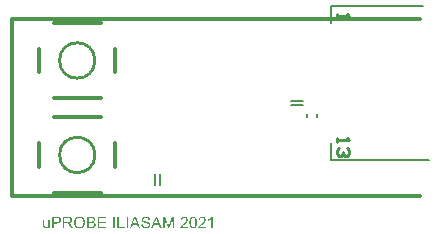
<source format=gto>
G04 Layer_Color=65535*
%FSLAX44Y44*%
%MOMM*%
G71*
G01*
G75*
%ADD15C,0.3000*%
%ADD16C,0.2540*%
%ADD33C,0.1270*%
%ADD34C,0.2000*%
G36*
X108162Y6000D02*
X106866D01*
Y15755D01*
X108162D01*
Y6000D01*
D02*
G37*
G36*
X100310Y7156D02*
X105118D01*
Y6000D01*
X99014D01*
Y15755D01*
X100310D01*
Y7156D01*
D02*
G37*
G36*
X96786Y6000D02*
X95489D01*
Y15755D01*
X96786D01*
Y6000D01*
D02*
G37*
G36*
X155853Y15783D02*
X155965Y15769D01*
X156106Y15755D01*
X156262Y15727D01*
X156417Y15699D01*
X156783Y15600D01*
X157150Y15459D01*
X157333Y15374D01*
X157516Y15276D01*
X157685Y15149D01*
X157840Y15008D01*
X157854Y14994D01*
X157883Y14980D01*
X157911Y14923D01*
X157967Y14867D01*
X158038Y14797D01*
X158108Y14698D01*
X158179Y14599D01*
X158263Y14472D01*
X158404Y14204D01*
X158545Y13866D01*
X158602Y13697D01*
X158630Y13500D01*
X158658Y13302D01*
X158672Y13091D01*
Y13063D01*
Y12992D01*
X158658Y12879D01*
X158644Y12724D01*
X158616Y12555D01*
X158559Y12358D01*
X158503Y12146D01*
X158418Y11935D01*
X158404Y11907D01*
X158376Y11836D01*
X158320Y11723D01*
X158235Y11568D01*
X158122Y11399D01*
X157981Y11188D01*
X157812Y10976D01*
X157615Y10737D01*
X157587Y10708D01*
X157516Y10624D01*
X157446Y10553D01*
X157375Y10483D01*
X157291Y10398D01*
X157178Y10286D01*
X157065Y10173D01*
X156924Y10046D01*
X156783Y9905D01*
X156614Y9750D01*
X156431Y9595D01*
X156233Y9412D01*
X156008Y9228D01*
X155782Y9031D01*
X155768Y9017D01*
X155740Y8989D01*
X155683Y8946D01*
X155613Y8890D01*
X155528Y8805D01*
X155430Y8721D01*
X155204Y8537D01*
X154965Y8326D01*
X154739Y8115D01*
X154542Y7931D01*
X154457Y7861D01*
X154387Y7790D01*
X154373Y7776D01*
X154330Y7734D01*
X154274Y7678D01*
X154203Y7593D01*
X154133Y7494D01*
X154048Y7396D01*
X153879Y7156D01*
X158686D01*
Y6000D01*
X152216D01*
Y6014D01*
Y6071D01*
Y6155D01*
X152230Y6268D01*
X152244Y6395D01*
X152272Y6536D01*
X152300Y6677D01*
X152357Y6832D01*
Y6846D01*
X152371Y6860D01*
X152399Y6945D01*
X152455Y7071D01*
X152540Y7240D01*
X152653Y7438D01*
X152794Y7663D01*
X152949Y7889D01*
X153146Y8129D01*
Y8143D01*
X153174Y8157D01*
X153245Y8241D01*
X153372Y8368D01*
X153555Y8551D01*
X153766Y8763D01*
X154034Y9017D01*
X154358Y9299D01*
X154711Y9595D01*
X154725Y9609D01*
X154781Y9651D01*
X154866Y9722D01*
X154965Y9806D01*
X155091Y9919D01*
X155246Y10046D01*
X155402Y10187D01*
X155585Y10342D01*
X155937Y10680D01*
X156290Y11019D01*
X156459Y11188D01*
X156614Y11357D01*
X156755Y11512D01*
X156868Y11667D01*
Y11681D01*
X156896Y11695D01*
X156924Y11738D01*
X156952Y11794D01*
X157051Y11949D01*
X157164Y12132D01*
X157262Y12358D01*
X157361Y12597D01*
X157417Y12865D01*
X157446Y13119D01*
Y13133D01*
Y13147D01*
X157432Y13232D01*
X157417Y13373D01*
X157375Y13528D01*
X157319Y13725D01*
X157220Y13922D01*
X157093Y14120D01*
X156924Y14317D01*
X156896Y14345D01*
X156825Y14402D01*
X156727Y14472D01*
X156572Y14571D01*
X156374Y14655D01*
X156149Y14740D01*
X155881Y14797D01*
X155585Y14811D01*
X155500D01*
X155444Y14797D01*
X155275Y14782D01*
X155077Y14740D01*
X154866Y14684D01*
X154626Y14585D01*
X154401Y14458D01*
X154189Y14289D01*
X154161Y14261D01*
X154105Y14190D01*
X154020Y14078D01*
X153935Y13908D01*
X153837Y13711D01*
X153752Y13457D01*
X153696Y13175D01*
X153668Y12851D01*
X152441Y12978D01*
Y12992D01*
X152455Y13034D01*
Y13105D01*
X152469Y13204D01*
X152498Y13316D01*
X152526Y13443D01*
X152568Y13598D01*
X152610Y13753D01*
X152723Y14092D01*
X152892Y14430D01*
X152991Y14599D01*
X153118Y14768D01*
X153245Y14923D01*
X153386Y15064D01*
X153400Y15079D01*
X153428Y15093D01*
X153470Y15135D01*
X153541Y15177D01*
X153625Y15234D01*
X153724Y15290D01*
X153837Y15360D01*
X153978Y15431D01*
X154133Y15501D01*
X154302Y15572D01*
X154485Y15628D01*
X154683Y15685D01*
X154894Y15727D01*
X155120Y15769D01*
X155359Y15783D01*
X155613Y15797D01*
X155754D01*
X155853Y15783D01*
D02*
G37*
G36*
X136681Y6000D02*
X135215D01*
X134073Y8960D01*
X129985D01*
X128927Y6000D01*
X127560D01*
X131282Y15755D01*
X132691D01*
X136681Y6000D01*
D02*
G37*
G36*
X118496D02*
X117030D01*
X115888Y8960D01*
X111800D01*
X110742Y6000D01*
X109375D01*
X113097Y15755D01*
X114506D01*
X118496Y6000D01*
D02*
G37*
G36*
X47983Y15741D02*
X48222Y15727D01*
X48476Y15713D01*
X48716Y15685D01*
X48927Y15656D01*
X48955D01*
X49054Y15628D01*
X49181Y15600D01*
X49350Y15558D01*
X49533Y15487D01*
X49731Y15403D01*
X49942Y15304D01*
X50125Y15191D01*
X50153Y15177D01*
X50210Y15135D01*
X50294Y15050D01*
X50407Y14952D01*
X50534Y14825D01*
X50661Y14655D01*
X50802Y14472D01*
X50915Y14261D01*
X50929Y14233D01*
X50957Y14162D01*
X51013Y14035D01*
X51070Y13866D01*
X51112Y13669D01*
X51168Y13443D01*
X51197Y13190D01*
X51211Y12922D01*
Y12908D01*
Y12865D01*
Y12809D01*
X51197Y12710D01*
X51182Y12612D01*
X51168Y12485D01*
X51140Y12344D01*
X51112Y12189D01*
X51013Y11864D01*
X50957Y11695D01*
X50872Y11512D01*
X50774Y11329D01*
X50675Y11159D01*
X50548Y10990D01*
X50407Y10821D01*
X50393Y10807D01*
X50365Y10779D01*
X50323Y10737D01*
X50252Y10694D01*
X50167Y10624D01*
X50055Y10553D01*
X49914Y10469D01*
X49759Y10398D01*
X49575Y10314D01*
X49364Y10229D01*
X49138Y10159D01*
X48871Y10102D01*
X48589Y10046D01*
X48278Y10003D01*
X47926Y9975D01*
X47559Y9961D01*
X45064D01*
Y6000D01*
X43767D01*
Y15755D01*
X47771D01*
X47983Y15741D01*
D02*
G37*
G36*
X163437Y15783D02*
X163620Y15755D01*
X163832Y15713D01*
X164057Y15656D01*
X164297Y15586D01*
X164522Y15473D01*
X164536D01*
X164550Y15459D01*
X164621Y15417D01*
X164734Y15346D01*
X164875Y15248D01*
X165030Y15107D01*
X165199Y14952D01*
X165354Y14768D01*
X165509Y14557D01*
X165523Y14529D01*
X165580Y14458D01*
X165636Y14331D01*
X165735Y14148D01*
X165819Y13937D01*
X165932Y13697D01*
X166031Y13415D01*
X166115Y13105D01*
Y13091D01*
X166129Y13063D01*
X166143Y13020D01*
X166158Y12950D01*
X166172Y12865D01*
X166186Y12766D01*
X166214Y12640D01*
X166228Y12499D01*
X166256Y12344D01*
X166270Y12175D01*
X166285Y11977D01*
X166313Y11780D01*
X166327Y11554D01*
Y11329D01*
X166341Y11075D01*
Y10807D01*
Y10793D01*
Y10737D01*
Y10638D01*
Y10525D01*
X166327Y10370D01*
Y10201D01*
X166313Y10018D01*
X166299Y9820D01*
X166256Y9369D01*
X166186Y8904D01*
X166101Y8453D01*
X166045Y8241D01*
X165974Y8030D01*
Y8016D01*
X165960Y7988D01*
X165932Y7931D01*
X165904Y7861D01*
X165876Y7762D01*
X165819Y7663D01*
X165707Y7424D01*
X165565Y7170D01*
X165382Y6888D01*
X165171Y6634D01*
X164917Y6395D01*
X164903D01*
X164889Y6367D01*
X164847Y6338D01*
X164790Y6310D01*
X164720Y6268D01*
X164649Y6211D01*
X164438Y6113D01*
X164184Y6014D01*
X163888Y5915D01*
X163536Y5859D01*
X163155Y5831D01*
X163014D01*
X162915Y5845D01*
X162803Y5859D01*
X162661Y5887D01*
X162507Y5915D01*
X162337Y5958D01*
X162168Y6014D01*
X161985Y6071D01*
X161802Y6155D01*
X161618Y6254D01*
X161435Y6367D01*
X161252Y6507D01*
X161083Y6662D01*
X160928Y6832D01*
X160914Y6846D01*
X160885Y6888D01*
X160843Y6959D01*
X160773Y7071D01*
X160702Y7198D01*
X160632Y7367D01*
X160533Y7565D01*
X160448Y7790D01*
X160364Y8044D01*
X160279Y8340D01*
X160195Y8664D01*
X160124Y9031D01*
X160054Y9426D01*
X160011Y9848D01*
X159983Y10314D01*
X159969Y10807D01*
Y10821D01*
Y10878D01*
Y10976D01*
Y11089D01*
X159983Y11244D01*
Y11413D01*
X159997Y11596D01*
X160011Y11808D01*
X160054Y12245D01*
X160124Y12710D01*
X160209Y13175D01*
X160265Y13387D01*
X160321Y13598D01*
Y13612D01*
X160336Y13641D01*
X160364Y13697D01*
X160392Y13767D01*
X160420Y13866D01*
X160476Y13965D01*
X160589Y14204D01*
X160730Y14458D01*
X160914Y14726D01*
X161125Y14994D01*
X161379Y15219D01*
X161393D01*
X161407Y15248D01*
X161449Y15276D01*
X161506Y15304D01*
X161576Y15360D01*
X161661Y15403D01*
X161872Y15516D01*
X162126Y15614D01*
X162422Y15713D01*
X162774Y15769D01*
X163155Y15797D01*
X163282D01*
X163437Y15783D01*
D02*
G37*
G36*
X67197Y15910D02*
X67323D01*
X67450Y15896D01*
X67620Y15868D01*
X67789Y15840D01*
X68155Y15769D01*
X68578Y15656D01*
X68987Y15487D01*
X69198Y15389D01*
X69410Y15276D01*
X69424Y15262D01*
X69452Y15248D01*
X69509Y15205D01*
X69593Y15163D01*
X69678Y15093D01*
X69791Y15008D01*
X70030Y14811D01*
X70284Y14557D01*
X70566Y14247D01*
X70834Y13880D01*
X71059Y13471D01*
Y13457D01*
X71087Y13415D01*
X71116Y13359D01*
X71144Y13274D01*
X71200Y13161D01*
X71242Y13034D01*
X71299Y12879D01*
X71355Y12710D01*
X71398Y12527D01*
X71454Y12329D01*
X71510Y12104D01*
X71553Y11878D01*
X71609Y11385D01*
X71637Y10849D01*
Y10835D01*
Y10779D01*
Y10708D01*
X71623Y10596D01*
Y10469D01*
X71609Y10314D01*
X71581Y10144D01*
X71567Y9961D01*
X71496Y9552D01*
X71384Y9101D01*
X71228Y8650D01*
X71144Y8425D01*
X71031Y8199D01*
Y8185D01*
X71003Y8143D01*
X70975Y8086D01*
X70918Y8002D01*
X70862Y7903D01*
X70791Y7804D01*
X70594Y7537D01*
X70354Y7255D01*
X70072Y6959D01*
X69734Y6677D01*
X69339Y6423D01*
X69325D01*
X69297Y6395D01*
X69227Y6367D01*
X69142Y6324D01*
X69043Y6282D01*
X68931Y6240D01*
X68790Y6183D01*
X68635Y6127D01*
X68465Y6071D01*
X68282Y6014D01*
X67873Y5929D01*
X67436Y5859D01*
X66971Y5831D01*
X66830D01*
X66746Y5845D01*
X66619D01*
X66478Y5873D01*
X66323Y5887D01*
X66139Y5915D01*
X65759Y6000D01*
X65350Y6113D01*
X64927Y6282D01*
X64716Y6381D01*
X64504Y6493D01*
X64490Y6507D01*
X64462Y6522D01*
X64405Y6564D01*
X64321Y6620D01*
X64236Y6677D01*
X64138Y6761D01*
X63898Y6973D01*
X63630Y7226D01*
X63348Y7537D01*
X63094Y7889D01*
X62855Y8298D01*
Y8312D01*
X62827Y8354D01*
X62798Y8411D01*
X62770Y8495D01*
X62728Y8608D01*
X62686Y8735D01*
X62629Y8876D01*
X62587Y9031D01*
X62531Y9214D01*
X62474Y9397D01*
X62390Y9820D01*
X62333Y10257D01*
X62305Y10737D01*
Y10751D01*
Y10765D01*
Y10849D01*
X62319Y10976D01*
Y11145D01*
X62347Y11343D01*
X62375Y11582D01*
X62418Y11850D01*
X62474Y12132D01*
X62531Y12428D01*
X62615Y12738D01*
X62728Y13048D01*
X62855Y13373D01*
X62996Y13683D01*
X63179Y13993D01*
X63376Y14275D01*
X63602Y14543D01*
X63616Y14557D01*
X63658Y14599D01*
X63743Y14670D01*
X63842Y14754D01*
X63969Y14867D01*
X64124Y14980D01*
X64307Y15107D01*
X64518Y15234D01*
X64744Y15360D01*
X64998Y15487D01*
X65279Y15600D01*
X65575Y15713D01*
X65900Y15797D01*
X66238Y15868D01*
X66590Y15910D01*
X66971Y15924D01*
X67098D01*
X67197Y15910D01*
D02*
G37*
G36*
X89470Y14599D02*
X83704D01*
Y11625D01*
X89103D01*
Y10469D01*
X83704D01*
Y7156D01*
X89696D01*
Y6000D01*
X82407D01*
Y15755D01*
X89470D01*
Y14599D01*
D02*
G37*
G36*
X77177Y15741D02*
X77290D01*
X77544Y15713D01*
X77826Y15685D01*
X78122Y15628D01*
X78418Y15558D01*
X78686Y15459D01*
X78700D01*
X78714Y15445D01*
X78798Y15403D01*
X78925Y15332D01*
X79066Y15234D01*
X79236Y15107D01*
X79419Y14952D01*
X79588Y14754D01*
X79743Y14543D01*
X79757Y14515D01*
X79799Y14430D01*
X79870Y14317D01*
X79940Y14148D01*
X80011Y13951D01*
X80081Y13739D01*
X80124Y13500D01*
X80138Y13260D01*
Y13232D01*
Y13161D01*
X80124Y13034D01*
X80095Y12879D01*
X80053Y12696D01*
X79983Y12499D01*
X79898Y12301D01*
X79785Y12090D01*
X79771Y12062D01*
X79729Y12005D01*
X79644Y11892D01*
X79531Y11780D01*
X79391Y11639D01*
X79221Y11484D01*
X79010Y11343D01*
X78770Y11202D01*
X78784D01*
X78813Y11188D01*
X78855Y11174D01*
X78911Y11145D01*
X79080Y11089D01*
X79278Y10990D01*
X79489Y10863D01*
X79729Y10708D01*
X79940Y10525D01*
X80138Y10300D01*
X80152Y10271D01*
X80208Y10187D01*
X80293Y10060D01*
X80377Y9891D01*
X80462Y9665D01*
X80547Y9426D01*
X80603Y9144D01*
X80617Y8834D01*
Y8819D01*
Y8805D01*
Y8721D01*
X80603Y8580D01*
X80575Y8411D01*
X80547Y8213D01*
X80490Y8002D01*
X80420Y7776D01*
X80321Y7551D01*
X80307Y7523D01*
X80265Y7452D01*
X80208Y7353D01*
X80124Y7212D01*
X80011Y7071D01*
X79898Y6916D01*
X79757Y6761D01*
X79602Y6634D01*
X79588Y6620D01*
X79531Y6578D01*
X79433Y6522D01*
X79306Y6465D01*
X79151Y6381D01*
X78968Y6296D01*
X78770Y6226D01*
X78531Y6155D01*
X78502D01*
X78418Y6127D01*
X78277Y6113D01*
X78094Y6085D01*
X77868Y6056D01*
X77600Y6028D01*
X77304Y6014D01*
X76966Y6000D01*
X73244D01*
Y15755D01*
X77079D01*
X77177Y15741D01*
D02*
G37*
G36*
X57512D02*
X57639D01*
X57935Y15727D01*
X58245Y15685D01*
X58583Y15642D01*
X58893Y15572D01*
X59049Y15530D01*
X59176Y15487D01*
X59190D01*
X59204Y15473D01*
X59288Y15431D01*
X59415Y15374D01*
X59570Y15276D01*
X59739Y15149D01*
X59923Y14980D01*
X60092Y14782D01*
X60261Y14557D01*
Y14543D01*
X60275Y14529D01*
X60331Y14444D01*
X60388Y14303D01*
X60472Y14120D01*
X60543Y13908D01*
X60613Y13655D01*
X60656Y13387D01*
X60670Y13091D01*
Y13077D01*
Y13048D01*
Y12992D01*
X60656Y12922D01*
Y12823D01*
X60642Y12724D01*
X60585Y12485D01*
X60501Y12203D01*
X60388Y11907D01*
X60219Y11611D01*
X60106Y11470D01*
X59993Y11329D01*
X59979Y11315D01*
X59965Y11300D01*
X59923Y11258D01*
X59866Y11216D01*
X59796Y11159D01*
X59711Y11103D01*
X59598Y11033D01*
X59486Y10948D01*
X59345Y10878D01*
X59190Y10807D01*
X59020Y10723D01*
X58837Y10652D01*
X58626Y10596D01*
X58414Y10525D01*
X58175Y10483D01*
X57921Y10440D01*
X57949Y10426D01*
X58005Y10398D01*
X58090Y10342D01*
X58203Y10286D01*
X58457Y10130D01*
X58583Y10032D01*
X58696Y9947D01*
X58724Y9919D01*
X58795Y9848D01*
X58908Y9736D01*
X59049Y9595D01*
X59204Y9397D01*
X59387Y9186D01*
X59570Y8932D01*
X59767Y8650D01*
X61445Y6000D01*
X59838D01*
X58555Y8030D01*
Y8044D01*
X58527Y8072D01*
X58499Y8115D01*
X58457Y8171D01*
X58358Y8326D01*
X58231Y8523D01*
X58076Y8735D01*
X57921Y8960D01*
X57766Y9172D01*
X57625Y9369D01*
X57611Y9383D01*
X57568Y9440D01*
X57498Y9524D01*
X57399Y9623D01*
X57188Y9834D01*
X57075Y9933D01*
X56962Y10018D01*
X56948Y10032D01*
X56920Y10046D01*
X56864Y10074D01*
X56779Y10116D01*
X56694Y10159D01*
X56596Y10201D01*
X56370Y10271D01*
X56356D01*
X56328Y10286D01*
X56272D01*
X56201Y10300D01*
X56102Y10314D01*
X55990D01*
X55834Y10328D01*
X54171D01*
Y6000D01*
X52874D01*
Y15755D01*
X57399D01*
X57512Y15741D01*
D02*
G37*
G36*
X171021Y15783D02*
X171134Y15769D01*
X171275Y15755D01*
X171430Y15727D01*
X171585Y15699D01*
X171952Y15600D01*
X172318Y15459D01*
X172501Y15374D01*
X172684Y15276D01*
X172854Y15149D01*
X173009Y15008D01*
X173023Y14994D01*
X173051Y14980D01*
X173079Y14923D01*
X173136Y14867D01*
X173206Y14797D01*
X173277Y14698D01*
X173347Y14599D01*
X173432Y14472D01*
X173573Y14204D01*
X173714Y13866D01*
X173770Y13697D01*
X173798Y13500D01*
X173826Y13302D01*
X173841Y13091D01*
Y13063D01*
Y12992D01*
X173826Y12879D01*
X173812Y12724D01*
X173784Y12555D01*
X173728Y12358D01*
X173671Y12146D01*
X173587Y11935D01*
X173573Y11907D01*
X173544Y11836D01*
X173488Y11723D01*
X173403Y11568D01*
X173291Y11399D01*
X173150Y11188D01*
X172981Y10976D01*
X172783Y10737D01*
X172755Y10708D01*
X172684Y10624D01*
X172614Y10553D01*
X172544Y10483D01*
X172459Y10398D01*
X172346Y10286D01*
X172233Y10173D01*
X172092Y10046D01*
X171952Y9905D01*
X171782Y9750D01*
X171599Y9595D01*
X171402Y9412D01*
X171176Y9228D01*
X170951Y9031D01*
X170937Y9017D01*
X170908Y8989D01*
X170852Y8946D01*
X170781Y8890D01*
X170697Y8805D01*
X170598Y8721D01*
X170373Y8537D01*
X170133Y8326D01*
X169907Y8115D01*
X169710Y7931D01*
X169625Y7861D01*
X169555Y7790D01*
X169541Y7776D01*
X169499Y7734D01*
X169442Y7678D01*
X169372Y7593D01*
X169301Y7494D01*
X169217Y7396D01*
X169048Y7156D01*
X173855D01*
Y6000D01*
X167384D01*
Y6014D01*
Y6071D01*
Y6155D01*
X167398Y6268D01*
X167412Y6395D01*
X167440Y6536D01*
X167469Y6677D01*
X167525Y6832D01*
Y6846D01*
X167539Y6860D01*
X167567Y6945D01*
X167624Y7071D01*
X167708Y7240D01*
X167821Y7438D01*
X167962Y7663D01*
X168117Y7889D01*
X168314Y8129D01*
Y8143D01*
X168343Y8157D01*
X168413Y8241D01*
X168540Y8368D01*
X168723Y8551D01*
X168935Y8763D01*
X169203Y9017D01*
X169527Y9299D01*
X169879Y9595D01*
X169893Y9609D01*
X169950Y9651D01*
X170034Y9722D01*
X170133Y9806D01*
X170260Y9919D01*
X170415Y10046D01*
X170570Y10187D01*
X170753Y10342D01*
X171106Y10680D01*
X171458Y11019D01*
X171627Y11188D01*
X171782Y11357D01*
X171923Y11512D01*
X172036Y11667D01*
Y11681D01*
X172064Y11695D01*
X172092Y11738D01*
X172121Y11794D01*
X172219Y11949D01*
X172332Y12132D01*
X172431Y12358D01*
X172529Y12597D01*
X172586Y12865D01*
X172614Y13119D01*
Y13133D01*
Y13147D01*
X172600Y13232D01*
X172586Y13373D01*
X172544Y13528D01*
X172487Y13725D01*
X172388Y13922D01*
X172262Y14120D01*
X172092Y14317D01*
X172064Y14345D01*
X171994Y14402D01*
X171895Y14472D01*
X171740Y14571D01*
X171543Y14655D01*
X171317Y14740D01*
X171049Y14797D01*
X170753Y14811D01*
X170669D01*
X170612Y14797D01*
X170443Y14782D01*
X170246Y14740D01*
X170034Y14684D01*
X169795Y14585D01*
X169569Y14458D01*
X169358Y14289D01*
X169329Y14261D01*
X169273Y14190D01*
X169188Y14078D01*
X169104Y13908D01*
X169005Y13711D01*
X168921Y13457D01*
X168864Y13175D01*
X168836Y12851D01*
X167610Y12978D01*
Y12992D01*
X167624Y13034D01*
Y13105D01*
X167638Y13204D01*
X167666Y13316D01*
X167694Y13443D01*
X167736Y13598D01*
X167779Y13753D01*
X167892Y14092D01*
X168061Y14430D01*
X168159Y14599D01*
X168286Y14768D01*
X168413Y14923D01*
X168554Y15064D01*
X168568Y15079D01*
X168596Y15093D01*
X168639Y15135D01*
X168709Y15177D01*
X168794Y15234D01*
X168892Y15290D01*
X169005Y15360D01*
X169146Y15431D01*
X169301Y15501D01*
X169470Y15572D01*
X169654Y15628D01*
X169851Y15685D01*
X170063Y15727D01*
X170288Y15769D01*
X170528Y15783D01*
X170781Y15797D01*
X170922D01*
X171021Y15783D01*
D02*
G37*
G36*
X146986Y6000D02*
X145745D01*
Y14162D01*
X142898Y6000D01*
X141742D01*
X138922Y14303D01*
Y6000D01*
X137682D01*
Y15755D01*
X139613D01*
X141925Y8834D01*
Y8819D01*
X141939Y8791D01*
X141953Y8749D01*
X141981Y8678D01*
X142038Y8509D01*
X142108Y8298D01*
X142179Y8058D01*
X142263Y7818D01*
X142334Y7593D01*
X142390Y7396D01*
X142404Y7424D01*
X142418Y7494D01*
X142460Y7621D01*
X142517Y7790D01*
X142587Y8016D01*
X142686Y8284D01*
X142785Y8594D01*
X142912Y8960D01*
X145252Y15755D01*
X146986D01*
Y6000D01*
D02*
G37*
G36*
X123176Y15910D02*
X123274D01*
X123542Y15882D01*
X123838Y15840D01*
X124149Y15769D01*
X124487Y15685D01*
X124797Y15572D01*
X124811D01*
X124839Y15558D01*
X124882Y15530D01*
X124938Y15501D01*
X125079Y15431D01*
X125262Y15304D01*
X125474Y15163D01*
X125685Y14980D01*
X125883Y14768D01*
X126066Y14529D01*
Y14515D01*
X126080Y14500D01*
X126108Y14458D01*
X126136Y14416D01*
X126207Y14275D01*
X126291Y14092D01*
X126390Y13866D01*
X126461Y13598D01*
X126531Y13316D01*
X126559Y13006D01*
X125319Y12908D01*
Y12922D01*
Y12950D01*
X125304Y12992D01*
X125290Y13063D01*
X125248Y13218D01*
X125192Y13429D01*
X125107Y13655D01*
X124980Y13880D01*
X124825Y14092D01*
X124628Y14289D01*
X124600Y14303D01*
X124529Y14360D01*
X124388Y14444D01*
X124205Y14529D01*
X123965Y14613D01*
X123683Y14698D01*
X123331Y14754D01*
X122936Y14768D01*
X122739D01*
X122654Y14754D01*
X122542Y14740D01*
X122288Y14712D01*
X122006Y14655D01*
X121724Y14585D01*
X121456Y14472D01*
X121343Y14402D01*
X121230Y14331D01*
X121202Y14317D01*
X121146Y14261D01*
X121061Y14162D01*
X120977Y14049D01*
X120878Y13894D01*
X120794Y13725D01*
X120737Y13528D01*
X120709Y13302D01*
Y13274D01*
Y13218D01*
X120723Y13119D01*
X120751Y13006D01*
X120794Y12865D01*
X120864Y12724D01*
X120948Y12583D01*
X121075Y12442D01*
X121089Y12428D01*
X121160Y12386D01*
X121216Y12344D01*
X121273Y12315D01*
X121357Y12273D01*
X121456Y12217D01*
X121583Y12175D01*
X121724Y12118D01*
X121879Y12062D01*
X122062Y11991D01*
X122260Y11935D01*
X122485Y11864D01*
X122739Y11808D01*
X123021Y11738D01*
X123035D01*
X123091Y11723D01*
X123176Y11709D01*
X123274Y11681D01*
X123401Y11653D01*
X123556Y11611D01*
X123712Y11568D01*
X123881Y11526D01*
X124247Y11427D01*
X124600Y11329D01*
X124769Y11272D01*
X124924Y11216D01*
X125065Y11174D01*
X125178Y11117D01*
X125192D01*
X125220Y11103D01*
X125262Y11075D01*
X125319Y11047D01*
X125474Y10962D01*
X125657Y10849D01*
X125868Y10694D01*
X126080Y10525D01*
X126277Y10328D01*
X126446Y10116D01*
X126461Y10088D01*
X126517Y10018D01*
X126573Y9891D01*
X126658Y9722D01*
X126728Y9524D01*
X126799Y9285D01*
X126841Y9017D01*
X126855Y8735D01*
Y8721D01*
Y8707D01*
Y8664D01*
Y8608D01*
X126827Y8453D01*
X126799Y8256D01*
X126742Y8030D01*
X126672Y7790D01*
X126559Y7537D01*
X126404Y7269D01*
Y7255D01*
X126390Y7240D01*
X126320Y7156D01*
X126221Y7029D01*
X126080Y6888D01*
X125897Y6719D01*
X125671Y6536D01*
X125417Y6367D01*
X125121Y6211D01*
X125107D01*
X125079Y6197D01*
X125037Y6183D01*
X124980Y6155D01*
X124896Y6127D01*
X124797Y6085D01*
X124572Y6028D01*
X124304Y5958D01*
X123979Y5887D01*
X123627Y5845D01*
X123246Y5831D01*
X123021D01*
X122908Y5845D01*
X122781D01*
X122640Y5859D01*
X122471Y5873D01*
X122119Y5929D01*
X121752Y5986D01*
X121385Y6085D01*
X121033Y6211D01*
X121019D01*
X120991Y6226D01*
X120948Y6254D01*
X120892Y6282D01*
X120723Y6367D01*
X120526Y6493D01*
X120300Y6662D01*
X120060Y6860D01*
X119835Y7100D01*
X119623Y7367D01*
Y7382D01*
X119595Y7410D01*
X119581Y7452D01*
X119539Y7508D01*
X119511Y7579D01*
X119468Y7663D01*
X119370Y7875D01*
X119271Y8143D01*
X119186Y8439D01*
X119130Y8777D01*
X119102Y9129D01*
X120314Y9242D01*
Y9228D01*
Y9214D01*
X120328Y9172D01*
Y9115D01*
X120357Y8989D01*
X120399Y8805D01*
X120455Y8622D01*
X120512Y8411D01*
X120610Y8213D01*
X120709Y8030D01*
X120723Y8016D01*
X120765Y7959D01*
X120836Y7861D01*
X120948Y7762D01*
X121089Y7635D01*
X121245Y7508D01*
X121456Y7382D01*
X121682Y7269D01*
X121696D01*
X121710Y7255D01*
X121752Y7240D01*
X121794Y7226D01*
X121935Y7184D01*
X122119Y7128D01*
X122344Y7071D01*
X122598Y7029D01*
X122880Y7001D01*
X123190Y6987D01*
X123317D01*
X123458Y7001D01*
X123627Y7015D01*
X123824Y7043D01*
X124050Y7071D01*
X124275Y7128D01*
X124487Y7198D01*
X124515Y7212D01*
X124586Y7240D01*
X124684Y7297D01*
X124811Y7353D01*
X124938Y7452D01*
X125079Y7551D01*
X125220Y7663D01*
X125333Y7804D01*
X125347Y7818D01*
X125375Y7875D01*
X125417Y7945D01*
X125474Y8058D01*
X125530Y8171D01*
X125572Y8312D01*
X125601Y8467D01*
X125615Y8636D01*
Y8650D01*
Y8721D01*
X125601Y8805D01*
X125586Y8918D01*
X125544Y9031D01*
X125502Y9172D01*
X125431Y9313D01*
X125333Y9440D01*
X125319Y9454D01*
X125276Y9496D01*
X125220Y9552D01*
X125121Y9637D01*
X125008Y9722D01*
X124853Y9820D01*
X124670Y9919D01*
X124459Y10003D01*
X124445Y10018D01*
X124374Y10032D01*
X124261Y10074D01*
X124191Y10088D01*
X124092Y10116D01*
X123994Y10159D01*
X123867Y10187D01*
X123726Y10229D01*
X123556Y10271D01*
X123387Y10314D01*
X123190Y10370D01*
X122964Y10426D01*
X122725Y10483D01*
X122711D01*
X122668Y10497D01*
X122598Y10511D01*
X122513Y10539D01*
X122401Y10567D01*
X122274Y10596D01*
X121992Y10680D01*
X121682Y10779D01*
X121357Y10878D01*
X121075Y10976D01*
X120948Y11033D01*
X120836Y11089D01*
X120822D01*
X120808Y11103D01*
X120723Y11159D01*
X120596Y11230D01*
X120455Y11343D01*
X120286Y11470D01*
X120117Y11625D01*
X119948Y11808D01*
X119807Y12005D01*
X119793Y12033D01*
X119750Y12104D01*
X119694Y12217D01*
X119637Y12358D01*
X119581Y12541D01*
X119525Y12752D01*
X119482Y12978D01*
X119468Y13218D01*
Y13232D01*
Y13246D01*
Y13288D01*
Y13345D01*
X119496Y13485D01*
X119525Y13669D01*
X119567Y13880D01*
X119637Y14120D01*
X119736Y14360D01*
X119877Y14599D01*
Y14613D01*
X119891Y14627D01*
X119962Y14712D01*
X120060Y14825D01*
X120187Y14966D01*
X120357Y15121D01*
X120568Y15290D01*
X120822Y15445D01*
X121104Y15586D01*
X121118D01*
X121146Y15600D01*
X121188Y15614D01*
X121245Y15642D01*
X121315Y15670D01*
X121414Y15699D01*
X121625Y15755D01*
X121893Y15812D01*
X122203Y15868D01*
X122527Y15910D01*
X122894Y15924D01*
X123077D01*
X123176Y15910D01*
D02*
G37*
G36*
X41737Y6000D02*
X40666D01*
Y7029D01*
X40652Y7015D01*
X40624Y6973D01*
X40581Y6916D01*
X40511Y6846D01*
X40427Y6761D01*
X40328Y6648D01*
X40215Y6550D01*
X40074Y6437D01*
X39919Y6324D01*
X39750Y6226D01*
X39567Y6127D01*
X39369Y6028D01*
X39144Y5958D01*
X38918Y5901D01*
X38664Y5859D01*
X38411Y5845D01*
X38312D01*
X38185Y5859D01*
X38030Y5873D01*
X37847Y5901D01*
X37649Y5944D01*
X37452Y6000D01*
X37241Y6085D01*
X37212Y6099D01*
X37156Y6127D01*
X37057Y6183D01*
X36944Y6254D01*
X36804Y6338D01*
X36677Y6437D01*
X36550Y6550D01*
X36437Y6677D01*
X36423Y6691D01*
X36395Y6747D01*
X36352Y6818D01*
X36296Y6930D01*
X36226Y7057D01*
X36169Y7212D01*
X36113Y7382D01*
X36070Y7565D01*
Y7579D01*
X36056Y7635D01*
X36042Y7720D01*
Y7833D01*
X36028Y8002D01*
X36014Y8185D01*
X36000Y8425D01*
Y8692D01*
Y13077D01*
X37198D01*
Y9144D01*
Y9129D01*
Y9101D01*
Y9059D01*
Y8989D01*
Y8834D01*
X37212Y8636D01*
Y8425D01*
X37226Y8213D01*
X37241Y8030D01*
X37269Y7875D01*
Y7861D01*
X37297Y7804D01*
X37325Y7720D01*
X37367Y7607D01*
X37438Y7494D01*
X37522Y7367D01*
X37621Y7255D01*
X37748Y7142D01*
X37762Y7128D01*
X37819Y7100D01*
X37889Y7057D01*
X38002Y7015D01*
X38129Y6959D01*
X38284Y6916D01*
X38453Y6888D01*
X38650Y6874D01*
X38749D01*
X38848Y6888D01*
X38974Y6902D01*
X39130Y6945D01*
X39299Y6987D01*
X39482Y7057D01*
X39665Y7142D01*
X39693Y7156D01*
X39750Y7198D01*
X39834Y7255D01*
X39933Y7339D01*
X40046Y7452D01*
X40159Y7579D01*
X40257Y7720D01*
X40342Y7889D01*
X40356Y7917D01*
X40370Y7974D01*
X40398Y8086D01*
X40441Y8241D01*
X40483Y8439D01*
X40511Y8678D01*
X40525Y8960D01*
X40539Y9285D01*
Y13077D01*
X41737D01*
Y6000D01*
D02*
G37*
G36*
X179648D02*
X178450D01*
Y13627D01*
X178436Y13612D01*
X178366Y13556D01*
X178281Y13471D01*
X178140Y13373D01*
X177985Y13246D01*
X177788Y13105D01*
X177562Y12950D01*
X177308Y12795D01*
X177294D01*
X177280Y12781D01*
X177196Y12724D01*
X177055Y12654D01*
X176885Y12569D01*
X176688Y12471D01*
X176477Y12372D01*
X176265Y12273D01*
X176054Y12189D01*
Y13345D01*
X176068D01*
X176096Y13373D01*
X176152Y13387D01*
X176223Y13429D01*
X176307Y13471D01*
X176406Y13528D01*
X176646Y13669D01*
X176928Y13824D01*
X177210Y14021D01*
X177506Y14247D01*
X177802Y14486D01*
X177816Y14500D01*
X177830Y14515D01*
X177872Y14557D01*
X177929Y14599D01*
X178055Y14740D01*
X178225Y14909D01*
X178394Y15107D01*
X178577Y15332D01*
X178732Y15558D01*
X178873Y15797D01*
X179648D01*
Y6000D01*
D02*
G37*
%LPC*%
G36*
X131958Y14740D02*
Y14726D01*
X131944Y14698D01*
Y14641D01*
X131916Y14585D01*
X131902Y14486D01*
X131874Y14388D01*
X131817Y14148D01*
X131747Y13866D01*
X131648Y13556D01*
X131550Y13218D01*
X131423Y12865D01*
X130365Y10018D01*
X133664D01*
X132649Y12696D01*
Y12710D01*
X132635Y12752D01*
X132607Y12823D01*
X132579Y12908D01*
X132536Y13006D01*
X132494Y13133D01*
X132452Y13274D01*
X132395Y13415D01*
X132282Y13739D01*
X132170Y14078D01*
X132057Y14416D01*
X131958Y14740D01*
D02*
G37*
G36*
X113773D02*
Y14726D01*
X113759Y14698D01*
Y14641D01*
X113731Y14585D01*
X113717Y14486D01*
X113689Y14388D01*
X113632Y14148D01*
X113562Y13866D01*
X113463Y13556D01*
X113364Y13218D01*
X113237Y12865D01*
X112180Y10018D01*
X115479D01*
X114464Y12696D01*
Y12710D01*
X114450Y12752D01*
X114422Y12823D01*
X114393Y12908D01*
X114351Y13006D01*
X114309Y13133D01*
X114267Y13274D01*
X114210Y13415D01*
X114097Y13739D01*
X113985Y14078D01*
X113872Y14416D01*
X113773Y14740D01*
D02*
G37*
G36*
X47856Y14599D02*
X45064D01*
Y11117D01*
X47686D01*
X47785Y11131D01*
X47884D01*
X47997Y11145D01*
X48264Y11174D01*
X48560Y11230D01*
X48857Y11315D01*
X49124Y11427D01*
X49251Y11498D01*
X49350Y11582D01*
X49378Y11611D01*
X49434Y11667D01*
X49519Y11780D01*
X49618Y11921D01*
X49716Y12104D01*
X49801Y12329D01*
X49857Y12583D01*
X49886Y12879D01*
Y12893D01*
Y12908D01*
Y12978D01*
X49872Y13105D01*
X49843Y13246D01*
X49815Y13401D01*
X49759Y13584D01*
X49674Y13753D01*
X49575Y13922D01*
X49561Y13937D01*
X49519Y13993D01*
X49448Y14064D01*
X49364Y14162D01*
X49237Y14261D01*
X49096Y14345D01*
X48941Y14430D01*
X48758Y14500D01*
X48744D01*
X48687Y14515D01*
X48603Y14529D01*
X48490Y14557D01*
X48321Y14571D01*
X48109Y14585D01*
X47856Y14599D01*
D02*
G37*
G36*
X163141Y14811D02*
X163056D01*
X163000Y14797D01*
X162845Y14768D01*
X162661Y14726D01*
X162450Y14641D01*
X162225Y14515D01*
X162112Y14430D01*
X161999Y14345D01*
X161900Y14233D01*
X161802Y14106D01*
Y14092D01*
X161773Y14064D01*
X161745Y14007D01*
X161703Y13937D01*
X161661Y13824D01*
X161604Y13697D01*
X161562Y13542D01*
X161506Y13359D01*
X161449Y13147D01*
X161393Y12908D01*
X161336Y12640D01*
X161294Y12344D01*
X161252Y12005D01*
X161224Y11639D01*
X161210Y11244D01*
X161196Y10807D01*
Y10779D01*
Y10708D01*
Y10582D01*
X161210Y10412D01*
Y10229D01*
X161224Y10003D01*
X161238Y9764D01*
X161266Y9510D01*
X161336Y8960D01*
X161379Y8692D01*
X161435Y8439D01*
X161492Y8199D01*
X161576Y7974D01*
X161661Y7776D01*
X161759Y7607D01*
Y7593D01*
X161787Y7579D01*
X161858Y7480D01*
X161985Y7353D01*
X162140Y7212D01*
X162351Y7071D01*
X162591Y6945D01*
X162859Y6846D01*
X163000Y6832D01*
X163155Y6818D01*
X163239D01*
X163296Y6832D01*
X163437Y6860D01*
X163634Y6916D01*
X163846Y7015D01*
X164085Y7156D01*
X164198Y7240D01*
X164311Y7353D01*
X164424Y7466D01*
X164536Y7607D01*
Y7621D01*
X164565Y7649D01*
X164593Y7692D01*
X164621Y7762D01*
X164677Y7861D01*
X164720Y7988D01*
X164776Y8129D01*
X164832Y8298D01*
X164875Y8509D01*
X164931Y8735D01*
X164988Y9003D01*
X165030Y9285D01*
X165058Y9623D01*
X165086Y9975D01*
X165114Y10370D01*
Y10807D01*
Y10821D01*
Y10835D01*
Y10906D01*
Y11033D01*
X165100Y11202D01*
Y11385D01*
X165086Y11611D01*
X165072Y11850D01*
X165044Y12118D01*
X164974Y12654D01*
X164931Y12922D01*
X164875Y13175D01*
X164818Y13415D01*
X164734Y13641D01*
X164649Y13838D01*
X164550Y14007D01*
Y14021D01*
X164522Y14035D01*
X164494Y14078D01*
X164452Y14134D01*
X164325Y14261D01*
X164170Y14416D01*
X163958Y14557D01*
X163719Y14684D01*
X163592Y14740D01*
X163451Y14782D01*
X163296Y14797D01*
X163141Y14811D01*
D02*
G37*
G36*
X66971D02*
X66844D01*
X66746Y14797D01*
X66619Y14782D01*
X66492Y14754D01*
X66337Y14726D01*
X66168Y14698D01*
X65801Y14585D01*
X65604Y14500D01*
X65406Y14416D01*
X65195Y14303D01*
X64998Y14176D01*
X64800Y14035D01*
X64617Y13866D01*
X64603Y13852D01*
X64575Y13824D01*
X64532Y13767D01*
X64462Y13683D01*
X64391Y13584D01*
X64307Y13457D01*
X64222Y13302D01*
X64124Y13119D01*
X64039Y12922D01*
X63940Y12682D01*
X63856Y12428D01*
X63785Y12146D01*
X63715Y11836D01*
X63672Y11484D01*
X63644Y11117D01*
X63630Y10723D01*
Y10708D01*
Y10652D01*
Y10553D01*
X63644Y10426D01*
X63658Y10286D01*
X63686Y10116D01*
X63715Y9919D01*
X63743Y9722D01*
X63856Y9270D01*
X63940Y9045D01*
X64025Y8805D01*
X64138Y8580D01*
X64264Y8354D01*
X64405Y8143D01*
X64575Y7945D01*
X64589Y7931D01*
X64617Y7903D01*
X64673Y7847D01*
X64744Y7790D01*
X64843Y7706D01*
X64955Y7621D01*
X65082Y7537D01*
X65223Y7438D01*
X65392Y7339D01*
X65575Y7255D01*
X65773Y7170D01*
X65984Y7085D01*
X66210Y7029D01*
X66435Y6973D01*
X66689Y6945D01*
X66957Y6930D01*
X67028D01*
X67098Y6945D01*
X67197D01*
X67323Y6959D01*
X67464Y6987D01*
X67634Y7015D01*
X67803Y7057D01*
X68000Y7114D01*
X68183Y7184D01*
X68395Y7255D01*
X68592Y7353D01*
X68790Y7480D01*
X68987Y7607D01*
X69184Y7762D01*
X69368Y7945D01*
X69382Y7959D01*
X69410Y7988D01*
X69452Y8058D01*
X69523Y8143D01*
X69593Y8241D01*
X69664Y8368D01*
X69748Y8523D01*
X69847Y8692D01*
X69932Y8890D01*
X70016Y9115D01*
X70087Y9355D01*
X70171Y9609D01*
X70227Y9891D01*
X70270Y10201D01*
X70298Y10525D01*
X70312Y10863D01*
Y10878D01*
Y10920D01*
Y10976D01*
Y11061D01*
X70298Y11159D01*
Y11286D01*
X70284Y11413D01*
X70256Y11568D01*
X70213Y11892D01*
X70143Y12231D01*
X70044Y12597D01*
X69903Y12936D01*
Y12950D01*
X69889Y12978D01*
X69861Y13020D01*
X69833Y13077D01*
X69734Y13246D01*
X69607Y13443D01*
X69438Y13669D01*
X69227Y13894D01*
X68987Y14120D01*
X68719Y14317D01*
X68705D01*
X68691Y14345D01*
X68649Y14360D01*
X68578Y14402D01*
X68508Y14430D01*
X68423Y14472D01*
X68212Y14571D01*
X67958Y14655D01*
X67662Y14740D01*
X67323Y14797D01*
X66971Y14811D01*
D02*
G37*
G36*
X76853Y14599D02*
X74541D01*
Y11667D01*
X76938D01*
X77121Y11681D01*
X77318Y11695D01*
X77516Y11709D01*
X77713Y11738D01*
X77868Y11766D01*
X77896Y11780D01*
X77953Y11794D01*
X78037Y11836D01*
X78150Y11892D01*
X78263Y11949D01*
X78390Y12033D01*
X78517Y12146D01*
X78615Y12259D01*
X78629Y12273D01*
X78657Y12315D01*
X78700Y12400D01*
X78742Y12499D01*
X78784Y12612D01*
X78827Y12752D01*
X78855Y12922D01*
X78869Y13105D01*
Y13133D01*
Y13190D01*
X78855Y13274D01*
X78841Y13387D01*
X78813Y13528D01*
X78770Y13669D01*
X78714Y13810D01*
X78629Y13951D01*
X78615Y13965D01*
X78587Y14007D01*
X78531Y14078D01*
X78460Y14148D01*
X78362Y14233D01*
X78249Y14317D01*
X78108Y14402D01*
X77953Y14458D01*
X77939D01*
X77868Y14486D01*
X77769Y14500D01*
X77614Y14529D01*
X77403Y14557D01*
X77163Y14571D01*
X76853Y14599D01*
D02*
G37*
G36*
X77107Y10511D02*
X74541D01*
Y7156D01*
X77318D01*
X77614Y7170D01*
X77741Y7184D01*
X77854Y7198D01*
X77868D01*
X77924Y7212D01*
X78009Y7226D01*
X78108Y7255D01*
X78347Y7339D01*
X78587Y7452D01*
X78601Y7466D01*
X78643Y7494D01*
X78700Y7537D01*
X78770Y7593D01*
X78841Y7678D01*
X78939Y7762D01*
X79010Y7875D01*
X79095Y8002D01*
X79109Y8016D01*
X79123Y8058D01*
X79151Y8143D01*
X79193Y8241D01*
X79236Y8354D01*
X79264Y8495D01*
X79278Y8664D01*
X79292Y8834D01*
Y8862D01*
Y8918D01*
X79278Y9031D01*
X79250Y9158D01*
X79221Y9299D01*
X79165Y9454D01*
X79095Y9609D01*
X78996Y9764D01*
X78982Y9778D01*
X78939Y9834D01*
X78883Y9905D01*
X78798Y9989D01*
X78686Y10088D01*
X78545Y10187D01*
X78390Y10271D01*
X78206Y10342D01*
X78178Y10356D01*
X78122Y10370D01*
X77995Y10398D01*
X77840Y10426D01*
X77642Y10455D01*
X77403Y10483D01*
X77107Y10511D01*
D02*
G37*
G36*
X57244Y14670D02*
X54171D01*
Y11441D01*
X57075D01*
X57244Y11456D01*
X57442Y11470D01*
X57667Y11484D01*
X57893Y11512D01*
X58118Y11554D01*
X58316Y11611D01*
X58344Y11625D01*
X58400Y11653D01*
X58485Y11695D01*
X58597Y11752D01*
X58724Y11836D01*
X58851Y11935D01*
X58978Y12062D01*
X59077Y12203D01*
X59091Y12217D01*
X59119Y12273D01*
X59161Y12358D01*
X59218Y12471D01*
X59260Y12597D01*
X59302Y12738D01*
X59331Y12908D01*
X59345Y13077D01*
Y13091D01*
Y13105D01*
X59331Y13190D01*
X59316Y13316D01*
X59288Y13485D01*
X59218Y13655D01*
X59133Y13852D01*
X59006Y14035D01*
X58837Y14218D01*
X58809Y14233D01*
X58738Y14289D01*
X58626Y14360D01*
X58442Y14444D01*
X58231Y14529D01*
X57949Y14599D01*
X57625Y14655D01*
X57244Y14670D01*
D02*
G37*
%LPD*%
D15*
X10000Y33000D02*
Y183000D01*
X355000Y183000D01*
X10000Y33000D02*
X355000Y33000D01*
X45000Y180000D02*
X85000D01*
X45000Y116000D02*
X85000D01*
X33000Y138000D02*
Y158000D01*
X97000Y138000D02*
Y158000D01*
X45000Y36000D02*
X85000D01*
X45000Y100000D02*
X85000D01*
X97000Y58000D02*
Y78000D01*
X33000Y58000D02*
Y78000D01*
D16*
X80000Y148000D02*
G03*
X80000Y148000I-15000J0D01*
G01*
Y68000D02*
G03*
X80000Y68000I-15000J0D01*
G01*
X285000Y82000D02*
Y78668D01*
Y80334D01*
X294997D01*
X293331Y82000D01*
Y73669D02*
X294997Y72003D01*
Y68671D01*
X293331Y67005D01*
X291665D01*
X289998Y68671D01*
Y70337D01*
Y68671D01*
X288332Y67005D01*
X286666D01*
X285000Y68671D01*
Y72003D01*
X286666Y73669D01*
X285000Y187000D02*
Y183668D01*
Y185334D01*
X294997D01*
X293331Y187000D01*
D33*
X268064Y99976D02*
Y103024D01*
X259936Y99976D02*
Y103024D01*
X246238Y110222D02*
X255762D01*
X246238Y113778D02*
X255762D01*
X131222Y42238D02*
Y51762D01*
X134778Y42238D02*
Y51762D01*
D34*
X280000Y194000D02*
X358000D01*
X280000Y64000D02*
X363000D01*
X280000Y180000D02*
Y194000D01*
Y64000D02*
Y78000D01*
M02*

</source>
